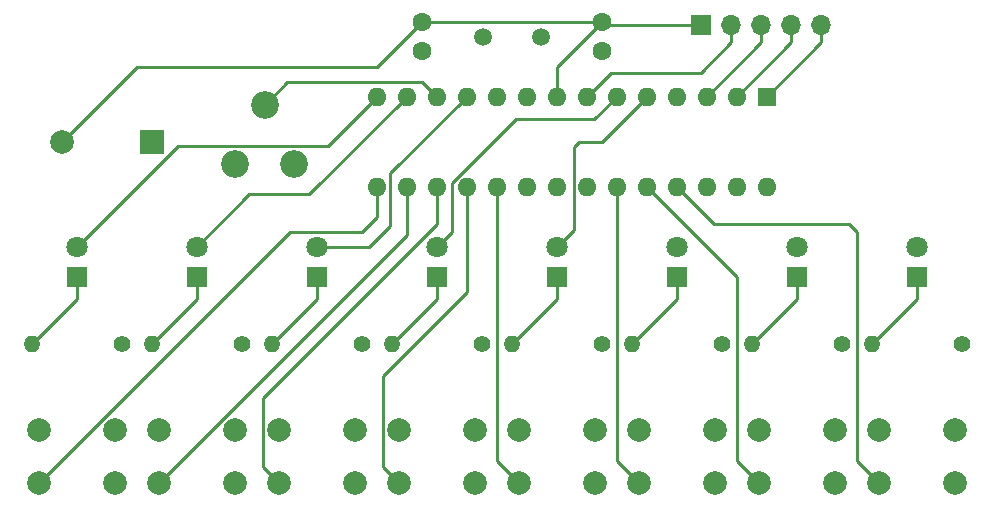
<source format=gtl>
G04 #@! TF.GenerationSoftware,KiCad,Pcbnew,(7.0.0)*
G04 #@! TF.CreationDate,2023-03-25T20:45:11-04:00*
G04 #@! TF.ProjectId,eight_key_piano_standalone_V1,65696768-745f-46b6-9579-5f7069616e6f,rev?*
G04 #@! TF.SameCoordinates,Original*
G04 #@! TF.FileFunction,Copper,L1,Top*
G04 #@! TF.FilePolarity,Positive*
%FSLAX46Y46*%
G04 Gerber Fmt 4.6, Leading zero omitted, Abs format (unit mm)*
G04 Created by KiCad (PCBNEW (7.0.0)) date 2023-03-25 20:45:11*
%MOMM*%
%LPD*%
G01*
G04 APERTURE LIST*
G04 #@! TA.AperFunction,ComponentPad*
%ADD10C,2.000000*%
G04 #@! TD*
G04 #@! TA.AperFunction,ComponentPad*
%ADD11R,1.800000X1.800000*%
G04 #@! TD*
G04 #@! TA.AperFunction,ComponentPad*
%ADD12C,1.800000*%
G04 #@! TD*
G04 #@! TA.AperFunction,ComponentPad*
%ADD13C,1.400000*%
G04 #@! TD*
G04 #@! TA.AperFunction,ComponentPad*
%ADD14O,1.400000X1.400000*%
G04 #@! TD*
G04 #@! TA.AperFunction,ComponentPad*
%ADD15R,1.700000X1.700000*%
G04 #@! TD*
G04 #@! TA.AperFunction,ComponentPad*
%ADD16O,1.700000X1.700000*%
G04 #@! TD*
G04 #@! TA.AperFunction,ComponentPad*
%ADD17C,2.340000*%
G04 #@! TD*
G04 #@! TA.AperFunction,ComponentPad*
%ADD18C,1.600000*%
G04 #@! TD*
G04 #@! TA.AperFunction,ComponentPad*
%ADD19C,1.500000*%
G04 #@! TD*
G04 #@! TA.AperFunction,ComponentPad*
%ADD20R,2.000000X2.000000*%
G04 #@! TD*
G04 #@! TA.AperFunction,ComponentPad*
%ADD21R,1.600000X1.600000*%
G04 #@! TD*
G04 #@! TA.AperFunction,ComponentPad*
%ADD22O,1.600000X1.600000*%
G04 #@! TD*
G04 #@! TA.AperFunction,Conductor*
%ADD23C,0.250000*%
G04 #@! TD*
G04 APERTURE END LIST*
D10*
X110923000Y-114971000D03*
X117423000Y-114971000D03*
X110923000Y-119471000D03*
X117423000Y-119471000D03*
D11*
X175132999Y-101980999D03*
D12*
X175133000Y-99441000D03*
D10*
X171883000Y-114971000D03*
X178383000Y-114971000D03*
X171883000Y-119471000D03*
X178383000Y-119471000D03*
D13*
X189103000Y-107696000D03*
D14*
X181482999Y-107695999D03*
D10*
X161723000Y-114971000D03*
X168223000Y-114971000D03*
X161723000Y-119471000D03*
X168223000Y-119471000D03*
D15*
X167009999Y-80644999D03*
D16*
X169549999Y-80644999D03*
X172089999Y-80644999D03*
X174629999Y-80644999D03*
X177169999Y-80644999D03*
D11*
X144652999Y-101980999D03*
D12*
X144653000Y-99441000D03*
D13*
X128143000Y-107696000D03*
D14*
X120522999Y-107695999D03*
D13*
X158623000Y-107696000D03*
D14*
X151002999Y-107695999D03*
D17*
X127573000Y-92416000D03*
X130073000Y-87416000D03*
X132573000Y-92416000D03*
D18*
X158623000Y-82911000D03*
X158623000Y-80411000D03*
X143383000Y-82891000D03*
X143383000Y-80391000D03*
D10*
X182043000Y-114971000D03*
X188543000Y-114971000D03*
X182043000Y-119471000D03*
X188543000Y-119471000D03*
D19*
X148553000Y-81661000D03*
X153433000Y-81661000D03*
D20*
X120512999Y-90550999D03*
D10*
X112913000Y-90551000D03*
D11*
X164972999Y-101980999D03*
D12*
X164973000Y-99441000D03*
D10*
X121083000Y-114971000D03*
X127583000Y-114971000D03*
X121083000Y-119471000D03*
X127583000Y-119471000D03*
X131243000Y-114971000D03*
X137743000Y-114971000D03*
X131243000Y-119471000D03*
X137743000Y-119471000D03*
D13*
X178943000Y-107696000D03*
D14*
X171322999Y-107695999D03*
D11*
X114172999Y-101980999D03*
D12*
X114173000Y-99441000D03*
D13*
X117983000Y-107696000D03*
D14*
X110362999Y-107695999D03*
D11*
X185292999Y-101980999D03*
D12*
X185293000Y-99441000D03*
D13*
X148463000Y-107696000D03*
D14*
X140842999Y-107695999D03*
D11*
X154812999Y-101980999D03*
D12*
X154813000Y-99441000D03*
D10*
X151563000Y-114971000D03*
X158063000Y-114971000D03*
X151563000Y-119471000D03*
X158063000Y-119471000D03*
D13*
X138303000Y-107696000D03*
D14*
X130682999Y-107695999D03*
D10*
X141403000Y-114971000D03*
X147903000Y-114971000D03*
X141403000Y-119471000D03*
X147903000Y-119471000D03*
D11*
X124332999Y-101980999D03*
D12*
X124333000Y-99441000D03*
D21*
X172592999Y-86740999D03*
D22*
X170052999Y-86740999D03*
X167512999Y-86740999D03*
X164972999Y-86740999D03*
X162432999Y-86740999D03*
X159892999Y-86740999D03*
X157352999Y-86740999D03*
X154812999Y-86740999D03*
X152272999Y-86740999D03*
X149732999Y-86740999D03*
X147192999Y-86740999D03*
X144652999Y-86740999D03*
X142112999Y-86740999D03*
X139572999Y-86740999D03*
X139572999Y-94360999D03*
X142112999Y-94360999D03*
X144652999Y-94360999D03*
X147192999Y-94360999D03*
X149732999Y-94360999D03*
X152272999Y-94360999D03*
X154812999Y-94360999D03*
X157352999Y-94360999D03*
X159892999Y-94360999D03*
X162432999Y-94360999D03*
X164972999Y-94360999D03*
X167512999Y-94360999D03*
X170052999Y-94360999D03*
X172592999Y-94360999D03*
D11*
X134492999Y-101980999D03*
D12*
X134493000Y-99441000D03*
D13*
X168783000Y-107696000D03*
D14*
X161162999Y-107695999D03*
D23*
X119263000Y-84201000D02*
X139573000Y-84201000D01*
X143403000Y-80411000D02*
X143383000Y-80391000D01*
X139573000Y-84201000D02*
X143383000Y-80391000D01*
X167010000Y-80645000D02*
X158857000Y-80645000D01*
X112913000Y-90551000D02*
X119263000Y-84201000D01*
X158623000Y-80411000D02*
X143403000Y-80411000D01*
X158623000Y-80411000D02*
X154813000Y-84221000D01*
X158857000Y-80645000D02*
X158623000Y-80411000D01*
X154813000Y-84221000D02*
X154813000Y-86741000D01*
X169550000Y-82164000D02*
X167005000Y-84709000D01*
X169550000Y-80645000D02*
X169550000Y-82164000D01*
X159385000Y-84709000D02*
X157353000Y-86741000D01*
X167005000Y-84709000D02*
X159385000Y-84709000D01*
X114173000Y-103886000D02*
X114173000Y-101981000D01*
X110363000Y-107696000D02*
X114173000Y-103886000D01*
X139573000Y-86741000D02*
X135393000Y-90921000D01*
X135393000Y-90921000D02*
X122693000Y-90921000D01*
X122693000Y-90921000D02*
X114173000Y-99441000D01*
X179578000Y-97536000D02*
X168148000Y-97536000D01*
X180213000Y-117641000D02*
X180213000Y-98171000D01*
X182043000Y-119471000D02*
X180213000Y-117641000D01*
X180213000Y-98171000D02*
X179578000Y-97536000D01*
X168148000Y-97536000D02*
X164973000Y-94361000D01*
X177170000Y-82164000D02*
X172593000Y-86741000D01*
X177170000Y-80645000D02*
X177170000Y-82164000D01*
X174630000Y-82164000D02*
X170053000Y-86741000D01*
X174630000Y-80645000D02*
X174630000Y-82164000D01*
X172090000Y-82164000D02*
X167513000Y-86741000D01*
X172090000Y-80645000D02*
X172090000Y-82164000D01*
X128778000Y-94996000D02*
X124333000Y-99441000D01*
X142113000Y-86741000D02*
X133858000Y-94996000D01*
X133858000Y-94996000D02*
X128778000Y-94996000D01*
X138938000Y-99441000D02*
X134493000Y-99441000D01*
X147193000Y-86741000D02*
X140698000Y-93236000D01*
X140698000Y-93236000D02*
X140698000Y-97681000D01*
X140698000Y-97681000D02*
X138938000Y-99441000D01*
X157988000Y-88646000D02*
X151317009Y-88646000D01*
X145923000Y-94040009D02*
X145923000Y-98171000D01*
X151317009Y-88646000D02*
X145923000Y-94040009D01*
X159893000Y-86741000D02*
X157988000Y-88646000D01*
X145923000Y-98171000D02*
X144653000Y-99441000D01*
X162433000Y-86741000D02*
X158623000Y-90551000D01*
X156228000Y-91041000D02*
X156228000Y-98026000D01*
X158623000Y-90551000D02*
X156718000Y-90551000D01*
X156718000Y-90551000D02*
X156228000Y-91041000D01*
X156228000Y-98026000D02*
X154813000Y-99441000D01*
X131953000Y-85536000D02*
X130073000Y-87416000D01*
X144653000Y-86741000D02*
X143383000Y-85471000D01*
X131953000Y-85471000D02*
X131953000Y-85536000D01*
X143383000Y-85471000D02*
X131953000Y-85471000D01*
X110923000Y-119471000D02*
X132223000Y-98171000D01*
X139573000Y-96901000D02*
X138303000Y-98171000D01*
X132223000Y-98171000D02*
X138303000Y-98171000D01*
X139573000Y-94361000D02*
X139573000Y-96901000D01*
X121083000Y-119471000D02*
X142113000Y-98441000D01*
X142113000Y-98441000D02*
X142113000Y-94361000D01*
X129918000Y-112271000D02*
X144653000Y-97536000D01*
X129918000Y-118146000D02*
X129918000Y-112271000D01*
X144653000Y-97536000D02*
X144653000Y-94361000D01*
X131243000Y-119471000D02*
X129918000Y-118146000D01*
X140078000Y-110366000D02*
X147193000Y-103251000D01*
X141403000Y-119471000D02*
X140078000Y-118146000D01*
X140078000Y-118146000D02*
X140078000Y-110366000D01*
X147193000Y-103251000D02*
X147193000Y-94361000D01*
X149733000Y-117641000D02*
X149733000Y-94361000D01*
X151563000Y-119471000D02*
X149733000Y-117641000D01*
X161723000Y-119471000D02*
X159893000Y-117641000D01*
X159893000Y-117641000D02*
X159893000Y-94361000D01*
X170053000Y-101981000D02*
X162433000Y-94361000D01*
X171883000Y-119471000D02*
X170053000Y-117641000D01*
X170053000Y-117641000D02*
X170053000Y-101981000D01*
X124333000Y-103886000D02*
X124333000Y-101981000D01*
X120523000Y-107696000D02*
X124333000Y-103886000D01*
X130683000Y-107696000D02*
X134493000Y-103886000D01*
X134493000Y-103886000D02*
X134493000Y-101981000D01*
X144653000Y-103886000D02*
X144653000Y-101981000D01*
X140843000Y-107696000D02*
X144653000Y-103886000D01*
X151003000Y-107696000D02*
X154813000Y-103886000D01*
X154813000Y-103886000D02*
X154813000Y-101981000D01*
X164973000Y-103886000D02*
X164973000Y-101981000D01*
X161163000Y-107696000D02*
X164973000Y-103886000D01*
X171323000Y-107696000D02*
X175133000Y-103886000D01*
X175133000Y-103886000D02*
X175133000Y-101981000D01*
X185293000Y-103886000D02*
X185293000Y-101981000D01*
X181483000Y-107696000D02*
X185293000Y-103886000D01*
M02*

</source>
